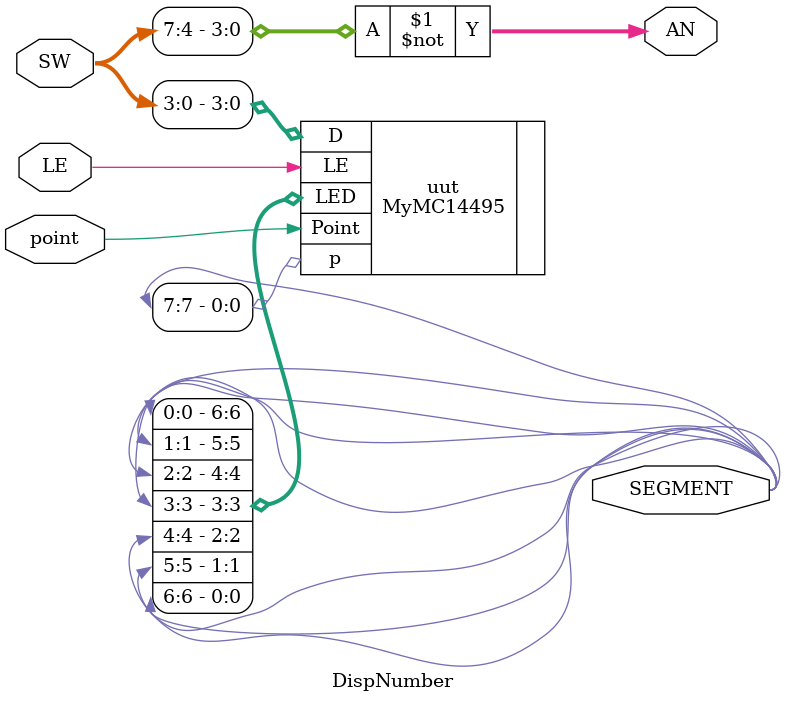
<source format=v>
`timescale 1ns / 1ps
module DispNumber(
	input[7:0]SW,
	input LE,
	input point,
	output[3:0] AN,
	output[7:0] SEGMENT
    );
	assign AN=~SW[7:4];
	MyMC14495 uut(
		.D(SW[3:0]),
		.LE(LE),
		.Point(point),
		.LED({SEGMENT[0],SEGMENT[1],SEGMENT[2],SEGMENT[3],SEGMENT[4],SEGMENT[5],SEGMENT[6]}),
		.p(SEGMENT[7])
	);

endmodule

</source>
